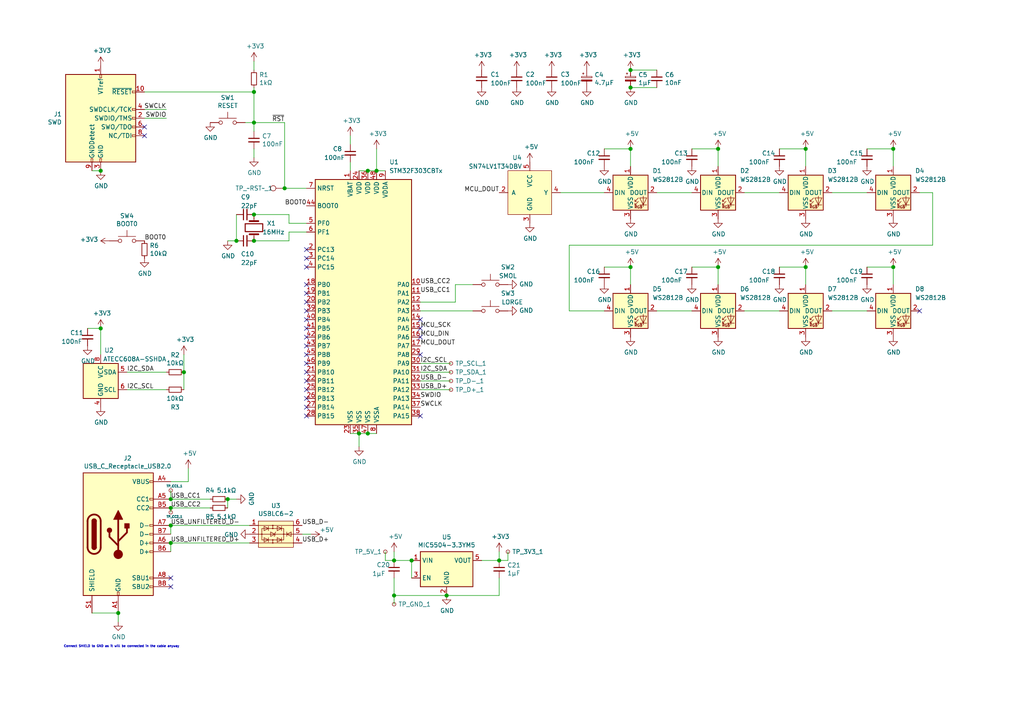
<source format=kicad_sch>
(kicad_sch (version 20201015) (generator eeschema)
  (paper "A4")
  (title_block (title "Big Button") (company "Mildly Functional Gays"))
  (lib_symbols
    (symbol "Connector:Conn_ARM_JTAG_SWD_10" (pin_names (offset 1.016))
      (property "Reference" "J" (at -2.54 16.51 0))
      (property "Value" "Connector_Conn_ARM_JTAG_SWD_10" (at -2.54 13.97 0))
      (symbol "Conn_ARM_JTAG_SWD_10_1_1"
        (pin power_in line (at 0 15.24 270) (length 2.54) (name "VTref") (number "1"))
        (pin open_collector line (at 12.7 7.62 180) (length 2.54) (name "~RESET~") (number "10"))
        (pin bidirectional line (at 12.7 0 180) (length 2.54) (name "SWDIO/TMS") (number "2"))
        (pin power_in line (at 0 -15.24 90) (length 2.54) (name "GND") (number "3"))
        (pin output line (at 12.7 2.54 180) (length 2.54) (name "SWDCLK/TCK") (number "4"))
        (pin passive line (at 0 -15.24 90) (length 2.54) hide (name "GND") (number "5"))
        (pin input line (at 12.7 -2.54 180) (length 2.54) (name "SWO/TDO") (number "6"))
        (pin unconnected line (at -10.16 0 0) (length 2.54) hide (name "KEY") (number "7"))
        (pin output line (at 12.7 -5.08 180) (length 2.54) (name "NC/TDI") (number "8"))
        (pin passive line (at -2.54 -15.24 90) (length 2.54) (name "GNDDetect") (number "9"))
      )
    )
    (symbol "Connector:TestPoint" (pin_numbers hide) (pin_names (offset 0.762) hide)
      (property "Reference" "TP" (at 0 6.858 0))
      (property "Value" "Connector_TestPoint" (at 0 5.08 0))
      (symbol "TestPoint_1_1"
        (pin passive line (at 0 0 90) (length 2.54) (name "1") (number "1"))
      )
    )
    (symbol "Connector:TestPoint_Small" (pin_numbers hide) (pin_names (offset 0.762) hide)
      (property "Reference" "TP" (at 0 3.81 0))
      (property "Value" "Connector_TestPoint_Small" (at 0 2.032 0))
      (symbol "TestPoint_Small_1_1"
        (pin passive line (at 0 0 90) (length 0) (name "1") (number "1"))
      )
    )
    (symbol "Connector:USB_C_Receptacle_USB2.0" (pin_names (offset 1.016))
      (property "Reference" "J" (at -10.16 19.05 0))
      (property "Value" "Connector_USB_C_Receptacle_USB2.0" (at 19.05 19.05 0))
      (symbol "USB_C_Receptacle_USB2.0_1_1"
        (pin power_in line (at 0 -22.86 90) (length 5.08) (name "GND") (number "A1"))
        (pin passive line (at 0 -22.86 90) (length 5.08) hide (name "GND") (number "A12"))
        (pin power_in line (at 15.24 15.24 180) (length 5.08) (name "VBUS") (number "A4"))
        (pin bidirectional line (at 15.24 10.16 180) (length 5.08) (name "CC1") (number "A5"))
        (pin bidirectional line (at 15.24 -2.54 180) (length 5.08) (name "D+") (number "A6"))
        (pin bidirectional line (at 15.24 2.54 180) (length 5.08) (name "D-") (number "A7"))
        (pin bidirectional line (at 15.24 -12.7 180) (length 5.08) (name "SBU1") (number "A8"))
        (pin passive line (at 15.24 15.24 180) (length 5.08) hide (name "VBUS") (number "A9"))
        (pin passive line (at 0 -22.86 90) (length 5.08) hide (name "GND") (number "B1"))
        (pin passive line (at 0 -22.86 90) (length 5.08) hide (name "GND") (number "B12"))
        (pin passive line (at 15.24 15.24 180) (length 5.08) hide (name "VBUS") (number "B4"))
        (pin bidirectional line (at 15.24 7.62 180) (length 5.08) (name "CC2") (number "B5"))
        (pin bidirectional line (at 15.24 -5.08 180) (length 5.08) (name "D+") (number "B6"))
        (pin bidirectional line (at 15.24 0 180) (length 5.08) (name "D-") (number "B7"))
        (pin bidirectional line (at 15.24 -15.24 180) (length 5.08) (name "SBU2") (number "B8"))
        (pin passive line (at 15.24 15.24 180) (length 5.08) hide (name "VBUS") (number "B9"))
        (pin passive line (at -7.62 -22.86 90) (length 5.08) (name "SHIELD") (number "S1"))
      )
    )
    (symbol "Device:CP_Small" (pin_numbers hide) (pin_names (offset 0.254) hide)
      (property "Reference" "C" (at 0.254 1.778 0))
      (property "Value" "Device_CP_Small" (at 0.254 -2.032 0))
      (symbol "CP_Small_1_1"
        (pin passive line (at 0 2.54 270) (length 1.8542) (name "~") (number "1"))
        (pin passive line (at 0 -2.54 90) (length 1.8542) (name "~") (number "2"))
      )
    )
    (symbol "Device:C_Small" (pin_numbers hide) (pin_names (offset 0.254) hide)
      (property "Reference" "C" (at 0.254 1.778 0))
      (property "Value" "Device_C_Small" (at 0.254 -2.032 0))
      (symbol "C_Small_1_1"
        (pin passive line (at 0 2.54 270) (length 2.032) (name "~") (number "1"))
        (pin passive line (at 0 -2.54 90) (length 2.032) (name "~") (number "2"))
      )
    )
    (symbol "Device:Crystal" (pin_numbers hide) (pin_names (offset 1.016) hide)
      (property "Reference" "Y" (at 0 3.81 0))
      (property "Value" "Device_Crystal" (at 0 -3.81 0))
      (symbol "Crystal_1_1"
        (pin passive line (at -3.81 0 0) (length 1.27) (name "1") (number "1"))
        (pin passive line (at 3.81 0 180) (length 1.27) (name "2") (number "2"))
      )
    )
    (symbol "Device:R_Small" (pin_numbers hide) (pin_names (offset 0.254) hide)
      (property "Reference" "R" (at 0.762 0.508 0))
      (property "Value" "Device_R_Small" (at 0.762 -1.016 0))
      (symbol "R_Small_1_1"
        (pin passive line (at 0 2.54 270) (length 0.762) (name "~") (number "1"))
        (pin passive line (at 0 -2.54 90) (length 0.762) (name "~") (number "2"))
      )
    )
    (symbol "LED:WS2812B" (pin_names (offset 0.254))
      (property "Reference" "D" (at 5.08 5.715 0))
      (property "Value" "LED_WS2812B" (at 1.27 -5.715 0))
      (symbol "WS2812B_0_0"
        (text "RGB" (at 2.286 -4.191 0) (effects (font (size 0.762 0.762))))
      )
      (symbol "WS2812B_1_1"
        (pin power_in line (at 0 7.62 270) (length 2.54) (name "VDD") (number "1"))
        (pin output line (at 7.62 0 180) (length 2.54) (name "DOUT") (number "2"))
        (pin power_in line (at 0 -7.62 90) (length 2.54) (name "VSS") (number "3"))
        (pin input line (at -7.62 0 0) (length 2.54) (name "DIN") (number "4"))
      )
    )
    (symbol "MCU_ST_STM32F3:STM32F303CBTx"
      (property "Reference" "U" (at -15.24 36.83 0))
      (property "Value" "MCU_ST_STM32F3_STM32F303CBTx" (at 7.62 36.83 0))
      (symbol "STM32F303CBTx_1_1"
        (pin power_in line (at -5.08 38.1 270) (length 2.54) (name "VBAT") (number "1"))
        (pin bidirectional line (at 15.24 5.08 180) (length 2.54) (name "PA0") (number "10"))
        (pin bidirectional line (at 15.24 2.54 180) (length 2.54) (name "PA1") (number "11"))
        (pin bidirectional line (at 15.24 0 180) (length 2.54) (name "PA2") (number "12"))
        (pin bidirectional line (at 15.24 -2.54 180) (length 2.54) (name "PA3") (number "13"))
        (pin bidirectional line (at 15.24 -5.08 180) (length 2.54) (name "PA4") (number "14"))
        (pin bidirectional line (at 15.24 -7.62 180) (length 2.54) (name "PA5") (number "15"))
        (pin bidirectional line (at 15.24 -10.16 180) (length 2.54) (name "PA6") (number "16"))
        (pin bidirectional line (at 15.24 -12.7 180) (length 2.54) (name "PA7") (number "17"))
        (pin bidirectional line (at -17.78 5.08 0) (length 2.54) (name "PB0") (number "18"))
        (pin bidirectional line (at -17.78 2.54 0) (length 2.54) (name "PB1") (number "19"))
        (pin bidirectional line (at -17.78 15.24 0) (length 2.54) (name "PC13") (number "2"))
        (pin bidirectional line (at -17.78 0 0) (length 2.54) (name "PB2") (number "20"))
        (pin bidirectional line (at -17.78 -20.32 0) (length 2.54) (name "PB10") (number "21"))
        (pin bidirectional line (at -17.78 -22.86 0) (length 2.54) (name "PB11") (number "22"))
        (pin power_in line (at -5.08 -38.1 90) (length 2.54) (name "VSS") (number "23"))
        (pin power_in line (at -2.54 38.1 270) (length 2.54) (name "VDD") (number "24"))
        (pin bidirectional line (at -17.78 -25.4 0) (length 2.54) (name "PB12") (number "25"))
        (pin bidirectional line (at -17.78 -27.94 0) (length 2.54) (name "PB13") (number "26"))
        (pin bidirectional line (at -17.78 -30.48 0) (length 2.54) (name "PB14") (number "27"))
        (pin bidirectional line (at -17.78 -33.02 0) (length 2.54) (name "PB15") (number "28"))
        (pin bidirectional line (at 15.24 -15.24 180) (length 2.54) (name "PA8") (number "29"))
        (pin bidirectional line (at -17.78 12.7 0) (length 2.54) (name "PC14") (number "3"))
        (pin bidirectional line (at 15.24 -17.78 180) (length 2.54) (name "PA9") (number "30"))
        (pin bidirectional line (at 15.24 -20.32 180) (length 2.54) (name "PA10") (number "31"))
        (pin bidirectional line (at 15.24 -22.86 180) (length 2.54) (name "PA11") (number "32"))
        (pin bidirectional line (at 15.24 -25.4 180) (length 2.54) (name "PA12") (number "33"))
        (pin bidirectional line (at 15.24 -27.94 180) (length 2.54) (name "PA13") (number "34"))
        (pin power_in line (at -2.54 -38.1 90) (length 2.54) (name "VSS") (number "35"))
        (pin power_in line (at 0 38.1 270) (length 2.54) (name "VDD") (number "36"))
        (pin bidirectional line (at 15.24 -30.48 180) (length 2.54) (name "PA14") (number "37"))
        (pin bidirectional line (at 15.24 -33.02 180) (length 2.54) (name "PA15") (number "38"))
        (pin bidirectional line (at -17.78 -2.54 0) (length 2.54) (name "PB3") (number "39"))
        (pin bidirectional line (at -17.78 10.16 0) (length 2.54) (name "PC15") (number "4"))
        (pin bidirectional line (at -17.78 -5.08 0) (length 2.54) (name "PB4") (number "40"))
        (pin bidirectional line (at -17.78 -7.62 0) (length 2.54) (name "PB5") (number "41"))
        (pin bidirectional line (at -17.78 -10.16 0) (length 2.54) (name "PB6") (number "42"))
        (pin bidirectional line (at -17.78 -12.7 0) (length 2.54) (name "PB7") (number "43"))
        (pin input line (at -17.78 27.94 0) (length 2.54) (name "BOOT0") (number "44"))
        (pin bidirectional line (at -17.78 -15.24 0) (length 2.54) (name "PB8") (number "45"))
        (pin bidirectional line (at -17.78 -17.78 0) (length 2.54) (name "PB9") (number "46"))
        (pin power_in line (at 0 -38.1 90) (length 2.54) (name "VSS") (number "47"))
        (pin power_in line (at 2.54 38.1 270) (length 2.54) (name "VDD") (number "48"))
        (pin input line (at -17.78 22.86 0) (length 2.54) (name "PF0") (number "5"))
        (pin input line (at -17.78 20.32 0) (length 2.54) (name "PF1") (number "6"))
        (pin input line (at -17.78 33.02 0) (length 2.54) (name "NRST") (number "7"))
        (pin power_in line (at 2.54 -38.1 90) (length 2.54) (name "VSSA") (number "8"))
        (pin power_in line (at 5.08 38.1 270) (length 2.54) (name "VDDA") (number "9"))
      )
    )
    (symbol "Power_Protection:WE-TVS-82400102"
      (property "Reference" "U" (at 0 7.62 0))
      (property "Value" "Power_Protection_WE-TVS-82400102" (at 0 5.08 0))
      (symbol "WE-TVS-82400102_1_1"
        (pin passive line (at -7.62 2.54 0) (length 2.54) (name "~") (number "1"))
        (pin passive line (at -7.62 0 0) (length 2.54) (name "~") (number "2"))
        (pin passive line (at -7.62 -2.54 0) (length 2.54) (name "~") (number "3"))
        (pin passive line (at 7.62 -2.54 180) (length 2.54) (name "~") (number "4"))
        (pin passive line (at 7.62 0 180) (length 2.54) (name "~") (number "5"))
        (pin passive line (at 7.62 2.54 180) (length 2.54) (name "~") (number "6"))
      )
    )
    (symbol "Regulator_Linear:MIC5501-3.0YM5"
      (property "Reference" "U" (at -7.62 8.89 0))
      (property "Value" "Regulator_Linear_MIC5501-3.0YM5" (at -7.62 6.35 0))
      (symbol "MIC5501-3.0YM5_1_1"
        (pin power_in line (at -10.16 2.54 0) (length 2.54) (name "VIN") (number "1"))
        (pin power_in line (at 0 -7.62 90) (length 2.54) (name "GND") (number "2"))
        (pin input line (at -10.16 -2.54 0) (length 2.54) (name "EN") (number "3"))
        (pin unconnected line (at 7.62 -2.54 180) (length 2.54) hide (name "NC") (number "4"))
        (pin power_out line (at 10.16 2.54 180) (length 2.54) (name "VOUT") (number "5"))
      )
    )
    (symbol "Security:ATECC608A-SSHDA"
      (property "Reference" "U" (at 3.81 6.35 0))
      (property "Value" "Security_ATECC608A-SSHDA" (at 10.16 -6.35 0))
      (symbol "ATECC608A-SSHDA_1_1"
        (pin power_in line (at 0 -7.62 90) (length 2.54) (name "GND") (number "4"))
        (pin bidirectional line (at 7.62 2.54 180) (length 2.54) (name "SDA") (number "5"))
        (pin input line (at 7.62 -2.54 180) (length 2.54) (name "SCL") (number "6"))
        (pin power_in line (at 0 7.62 270) (length 2.54) (name "VCC") (number "8"))
      )
    )
    (symbol "Switch:SW_Push" (pin_numbers hide) (pin_names (offset 1.016) hide)
      (property "Reference" "SW" (at 1.27 2.54 0))
      (property "Value" "Switch_SW_Push" (at 0 -1.524 0))
      (symbol "SW_Push_0_1"
        (pin passive line (at -5.08 0 0) (length 2.54) (name "1") (number "1"))
        (pin passive line (at 5.08 0 180) (length 2.54) (name "2") (number "2"))
      )
    )
    (symbol "bigbutton:SN74LV1T34DBV" (pin_names (offset 1.016))
      (property "Reference" "U" (at 3.81 10.16 0))
      (property "Value" "SN74LV1T34DBV" (at 8.89 7.62 0))
      (symbol "SN74LV1T34DBV_1_1"
        (pin unconnected line (at -8.89 -2.54 0) (length 2.54) hide (name "NC") (number "1"))
        (pin input line (at -8.89 0 0) (length 2.54) (name "A") (number "2"))
        (pin power_in line (at 0 -8.89 90) (length 2.54) (name "GND") (number "3"))
        (pin output line (at 8.89 0 180) (length 2.54) (name "Y") (number "4"))
        (pin power_in line (at 0 8.89 270) (length 2.54) (name "VCC") (number "5"))
      )
    )
    (symbol "power:+3V3" (power) (pin_names (offset 0))
      (property "Value" "power_+3V3" (at 0 3.556 0))
      (symbol "+3V3_1_1"
        (pin power_in line (at 0 0 90) (length 0) hide (name "+3V3") (number "1"))
      )
    )
    (symbol "power:+5V" (power) (pin_names (offset 0))
      (property "Value" "power_+5V" (at 0 3.556 0))
      (symbol "+5V_1_1"
        (pin power_in line (at 0 0 90) (length 0) hide (name "+5V") (number "1"))
      )
    )
    (symbol "power:GND" (power) (pin_names (offset 0))
      (property "Value" "power_GND" (at 0 -3.81 0))
      (symbol "GND_1_1"
        (pin power_in line (at 0 0 270) (length 0) hide (name "GND") (number "1"))
      )
    )
  )
  (junction (at 29.21 49.53) (diameter 1.016))
  (junction (at 29.21 95.25) (diameter 1.016))
  (junction (at 34.29 177.8) (diameter 1.016))
  (junction (at 49.53 144.78) (diameter 1.016))
  (junction (at 49.53 147.32) (diameter 1.016))
  (junction (at 49.53 152.4) (diameter 1.016))
  (junction (at 49.53 157.48) (diameter 1.016))
  (junction (at 53.34 107.95) (diameter 1.016))
  (junction (at 66.04 144.78) (diameter 1.016))
  (junction (at 68.58 69.85) (diameter 1.016))
  (junction (at 73.66 26.67) (diameter 1.016))
  (junction (at 73.66 35.56) (diameter 1.016))
  (junction (at 73.66 62.23) (diameter 1.016))
  (junction (at 73.66 69.85) (diameter 1.016))
  (junction (at 82.55 54.61) (diameter 1.016))
  (junction (at 104.14 125.73) (diameter 1.016))
  (junction (at 106.68 49.53) (diameter 1.016))
  (junction (at 106.68 125.73) (diameter 1.016))
  (junction (at 109.22 49.53) (diameter 1.016))
  (junction (at 114.3 162.56) (diameter 1.016))
  (junction (at 114.3 172.72) (diameter 1.016))
  (junction (at 119.38 162.56) (diameter 1.016))
  (junction (at 129.54 172.72) (diameter 1.016))
  (junction (at 144.78 162.56) (diameter 1.016))
  (junction (at 182.88 20.32) (diameter 1.016))
  (junction (at 182.88 25.4) (diameter 1.016))
  (junction (at 182.88 43.18) (diameter 1.016))
  (junction (at 182.88 77.47) (diameter 1.016))
  (junction (at 208.28 43.18) (diameter 1.016))
  (junction (at 208.28 77.47) (diameter 1.016))
  (junction (at 233.68 43.18) (diameter 1.016))
  (junction (at 233.68 77.47) (diameter 1.016))
  (junction (at 259.08 43.18) (diameter 1.016))
  (junction (at 259.08 77.47) (diameter 1.016))
  (no_connect (at 88.9 97.79))
  (no_connect (at 88.9 82.55))
  (no_connect (at 88.9 107.95))
  (no_connect (at 121.92 95.25))
  (no_connect (at 88.9 92.71))
  (no_connect (at 49.53 170.18))
  (no_connect (at 88.9 77.47))
  (no_connect (at 88.9 100.33))
  (no_connect (at 88.9 85.09))
  (no_connect (at 88.9 110.49))
  (no_connect (at 121.92 92.71))
  (no_connect (at 49.53 167.64))
  (no_connect (at 88.9 105.41))
  (no_connect (at 88.9 95.25))
  (no_connect (at 88.9 72.39))
  (no_connect (at 88.9 87.63))
  (no_connect (at 121.92 120.65))
  (no_connect (at 88.9 120.65))
  (no_connect (at 121.92 97.79))
  (no_connect (at 88.9 90.17))
  (no_connect (at 88.9 118.11))
  (no_connect (at 88.9 74.93))
  (no_connect (at 88.9 115.57))
  (no_connect (at 88.9 113.03))
  (no_connect (at 41.91 39.37))
  (no_connect (at 41.91 36.83))
  (no_connect (at 121.92 102.87))
  (no_connect (at 266.7 90.17))
  (no_connect (at 88.9 102.87))
  (wire (pts (xy 25.4 95.25) (xy 29.21 95.25)))
  (wire (pts (xy 26.67 49.53) (xy 29.21 49.53)))
  (wire (pts (xy 26.67 177.8) (xy 34.29 177.8)))
  (wire (pts (xy 29.21 95.25) (xy 29.21 102.87)))
  (wire (pts (xy 34.29 180.34) (xy 34.29 177.8)))
  (wire (pts (xy 36.83 107.95) (xy 48.26 107.95)))
  (wire (pts (xy 36.83 113.03) (xy 48.26 113.03)))
  (wire (pts (xy 41.91 26.67) (xy 73.66 26.67)))
  (wire (pts (xy 41.91 31.75) (xy 48.26 31.75)))
  (wire (pts (xy 48.26 34.29) (xy 41.91 34.29)))
  (wire (pts (xy 49.53 139.7) (xy 54.61 139.7)))
  (wire (pts (xy 49.53 142.24) (xy 49.53 144.78)))
  (wire (pts (xy 49.53 144.78) (xy 60.96 144.78)))
  (wire (pts (xy 49.53 147.32) (xy 60.96 147.32)))
  (wire (pts (xy 49.53 148.59) (xy 49.53 147.32)))
  (wire (pts (xy 49.53 152.4) (xy 49.53 154.94)))
  (wire (pts (xy 49.53 152.4) (xy 72.39 152.4)))
  (wire (pts (xy 49.53 157.48) (xy 49.53 160.02)))
  (wire (pts (xy 49.53 157.48) (xy 72.39 157.48)))
  (wire (pts (xy 53.34 107.95) (xy 53.34 102.87)))
  (wire (pts (xy 53.34 113.03) (xy 53.34 107.95)))
  (wire (pts (xy 54.61 139.7) (xy 54.61 135.89)))
  (wire (pts (xy 66.04 144.78) (xy 68.58 144.78)))
  (wire (pts (xy 66.04 147.32) (xy 66.04 144.78)))
  (wire (pts (xy 68.58 69.85) (xy 66.04 69.85)))
  (wire (pts (xy 68.58 69.85) (xy 68.58 62.23)))
  (wire (pts (xy 71.12 35.56) (xy 73.66 35.56)))
  (wire (pts (xy 73.66 20.32) (xy 73.66 17.78)))
  (wire (pts (xy 73.66 26.67) (xy 73.66 25.4)))
  (wire (pts (xy 73.66 26.67) (xy 73.66 35.56)))
  (wire (pts (xy 73.66 35.56) (xy 73.66 38.1)))
  (wire (pts (xy 73.66 35.56) (xy 82.55 35.56)))
  (wire (pts (xy 73.66 43.18) (xy 73.66 45.72)))
  (wire (pts (xy 73.66 62.23) (xy 83.82 62.23)))
  (wire (pts (xy 82.55 35.56) (xy 82.55 54.61)))
  (wire (pts (xy 82.55 54.61) (xy 88.9 54.61)))
  (wire (pts (xy 83.82 62.23) (xy 83.82 64.77)))
  (wire (pts (xy 83.82 64.77) (xy 88.9 64.77)))
  (wire (pts (xy 83.82 67.31) (xy 83.82 69.85)))
  (wire (pts (xy 83.82 69.85) (xy 73.66 69.85)))
  (wire (pts (xy 88.9 67.31) (xy 83.82 67.31)))
  (wire (pts (xy 90.17 154.94) (xy 87.63 154.94)))
  (wire (pts (xy 101.6 41.91) (xy 101.6 39.37)))
  (wire (pts (xy 101.6 46.99) (xy 101.6 49.53)))
  (wire (pts (xy 104.14 49.53) (xy 106.68 49.53)))
  (wire (pts (xy 104.14 125.73) (xy 101.6 125.73)))
  (wire (pts (xy 104.14 125.73) (xy 104.14 129.54)))
  (wire (pts (xy 104.14 125.73) (xy 106.68 125.73)))
  (wire (pts (xy 106.68 49.53) (xy 109.22 49.53)))
  (wire (pts (xy 106.68 125.73) (xy 109.22 125.73)))
  (wire (pts (xy 109.22 49.53) (xy 109.22 43.18)))
  (wire (pts (xy 109.22 49.53) (xy 111.76 49.53)))
  (wire (pts (xy 111.76 160.02) (xy 111.76 162.56)))
  (wire (pts (xy 111.76 162.56) (xy 114.3 162.56)))
  (wire (pts (xy 114.3 162.56) (xy 114.3 160.02)))
  (wire (pts (xy 114.3 167.64) (xy 114.3 172.72)))
  (wire (pts (xy 114.3 172.72) (xy 114.3 175.26)))
  (wire (pts (xy 114.3 172.72) (xy 129.54 172.72)))
  (wire (pts (xy 119.38 162.56) (xy 114.3 162.56)))
  (wire (pts (xy 119.38 162.56) (xy 119.38 167.64)))
  (wire (pts (xy 121.92 87.63) (xy 132.08 87.63)))
  (wire (pts (xy 129.54 172.72) (xy 144.78 172.72)))
  (wire (pts (xy 130.81 105.41) (xy 121.92 105.41)))
  (wire (pts (xy 130.81 107.95) (xy 121.92 107.95)))
  (wire (pts (xy 130.81 110.49) (xy 121.92 110.49)))
  (wire (pts (xy 130.81 113.03) (xy 121.92 113.03)))
  (wire (pts (xy 132.08 82.55) (xy 137.16 82.55)))
  (wire (pts (xy 132.08 87.63) (xy 132.08 82.55)))
  (wire (pts (xy 137.16 90.17) (xy 121.92 90.17)))
  (wire (pts (xy 139.7 162.56) (xy 144.78 162.56)))
  (wire (pts (xy 144.78 162.56) (xy 144.78 160.02)))
  (wire (pts (xy 144.78 172.72) (xy 144.78 167.64)))
  (wire (pts (xy 147.32 160.02) (xy 147.32 162.56)))
  (wire (pts (xy 147.32 162.56) (xy 144.78 162.56)))
  (wire (pts (xy 162.56 55.88) (xy 175.26 55.88)))
  (wire (pts (xy 165.1 71.12) (xy 270.51 71.12)))
  (wire (pts (xy 165.1 90.17) (xy 165.1 71.12)))
  (wire (pts (xy 175.26 43.18) (xy 182.88 43.18)))
  (wire (pts (xy 175.26 77.47) (xy 182.88 77.47)))
  (wire (pts (xy 175.26 90.17) (xy 165.1 90.17)))
  (wire (pts (xy 182.88 25.4) (xy 190.5 25.4)))
  (wire (pts (xy 182.88 43.18) (xy 182.88 48.26)))
  (wire (pts (xy 182.88 77.47) (xy 182.88 82.55)))
  (wire (pts (xy 190.5 20.32) (xy 182.88 20.32)))
  (wire (pts (xy 190.5 90.17) (xy 200.66 90.17)))
  (wire (pts (xy 200.66 43.18) (xy 208.28 43.18)))
  (wire (pts (xy 200.66 55.88) (xy 190.5 55.88)))
  (wire (pts (xy 200.66 77.47) (xy 208.28 77.47)))
  (wire (pts (xy 208.28 43.18) (xy 208.28 48.26)))
  (wire (pts (xy 208.28 77.47) (xy 208.28 82.55)))
  (wire (pts (xy 215.9 90.17) (xy 226.06 90.17)))
  (wire (pts (xy 226.06 43.18) (xy 233.68 43.18)))
  (wire (pts (xy 226.06 55.88) (xy 215.9 55.88)))
  (wire (pts (xy 226.06 77.47) (xy 233.68 77.47)))
  (wire (pts (xy 233.68 43.18) (xy 233.68 48.26)))
  (wire (pts (xy 233.68 77.47) (xy 233.68 82.55)))
  (wire (pts (xy 241.3 90.17) (xy 251.46 90.17)))
  (wire (pts (xy 251.46 43.18) (xy 259.08 43.18)))
  (wire (pts (xy 251.46 55.88) (xy 241.3 55.88)))
  (wire (pts (xy 251.46 77.47) (xy 259.08 77.47)))
  (wire (pts (xy 259.08 43.18) (xy 259.08 48.26)))
  (wire (pts (xy 259.08 77.47) (xy 259.08 82.55)))
  (wire (pts (xy 270.51 55.88) (xy 266.7 55.88)))
  (wire (pts (xy 270.51 71.12) (xy 270.51 55.88)))
  (text "Connect SHIELD to GND as it will be connected in the cable anyway" (at 52.07 187.96 0) (effects (font (size 0.635 0.635)) (justify right bottom)))
  (label "I2C_SDA" (at 36.83 107.95 0))
  (label "I2C_SCL" (at 36.83 113.03 0))
  (label "BOOT0" (at 41.91 69.85 0))
  (label "SWCLK" (at 48.26 31.75 180))
  (label "SWDIO" (at 48.26 34.29 180))
  (label "USB_CC1" (at 49.53 144.78 0))
  (label "USB_CC2" (at 49.53 147.32 0))
  (label "USB_UNFILTERED_D-" (at 49.53 152.4 0))
  (label "USB_UNFILTERED_D+" (at 49.53 157.48 0))
  (label "~RST" (at 82.55 35.56 180))
  (label "USB_D-" (at 87.63 152.4 0))
  (label "USB_D+" (at 87.63 157.48 0))
  (label "BOOT0" (at 88.9 59.69 180))
  (label "USB_CC2" (at 121.92 82.55 0))
  (label "USB_CC1" (at 121.92 85.09 0))
  (label "MCU_SCK" (at 121.92 95.25 0))
  (label "MCU_DIN" (at 121.92 97.79 0))
  (label "MCU_DOUT" (at 121.92 100.33 0))
  (label "I2C_SCL" (at 121.92 105.41 0))
  (label "I2C_SDA" (at 121.92 107.95 0))
  (label "USB_D-" (at 121.92 110.49 0))
  (label "USB_D+" (at 121.92 113.03 0))
  (label "SWDIO" (at 121.92 115.57 0))
  (label "SWCLK" (at 121.92 118.11 0))
  (label "MCU_DOUT" (at 144.78 55.88 180))
  (symbol (lib_id "Connector:TestPoint_Small") (at 49.53 142.24 0) (unit 1)
    (property "Reference" "TP_CC1_1" (at 48.26 140.97 0) (effects (font (size 0.635 0.635)) (justify left)))
    (property "Value" "TP_CC1" (effects hide))
    (property "Footprint" "TestPoint:TestPoint_Pad_D1.0mm" (effects hide))
  )
  (symbol (lib_id "Connector:TestPoint_Small") (at 49.53 148.59 0) (unit 1)
    (property "Reference" "TP_CC2_1" (at 48.26 149.86 0) (effects (font (size 0.635 0.635)) (justify left)))
    (property "Value" "TP_CC2" (effects hide))
    (property "Footprint" "TestPoint:TestPoint_Pad_D1.0mm" (effects hide))
  )
  (symbol (lib_id "Connector:TestPoint_Small") (at 111.76 160.02 0) (unit 1)
    (property "Reference" "TP_5V_1" (at 102.87 160.02 0) (effects (justify left)))
    (property "Value" "TestPoint_Small" (effects hide))
    (property "Footprint" "TestPoint:TestPoint_Pad_D1.0mm" (effects hide))
  )
  (symbol (lib_id "Connector:TestPoint_Small") (at 114.3 175.26 0) (unit 1)
    (property "Reference" "TP_GND_1" (at 115.5192 175.26 0) (effects (justify left)))
    (property "Value" "TestPoint_Small" (effects hide))
    (property "Footprint" "TestPoint:TestPoint_Pad_D1.0mm" (effects hide))
  )
  (symbol (lib_id "Connector:TestPoint_Small") (at 130.81 105.41 0) (unit 1)
    (property "Reference" "TP_SCL_1" (at 132.0292 105.41 0) (effects (justify left)))
    (property "Value" "TestPoint_Small" (effects hide))
    (property "Footprint" "TestPoint:TestPoint_Pad_D1.0mm" (effects hide))
  )
  (symbol (lib_id "Connector:TestPoint_Small") (at 130.81 107.95 0) (unit 1)
    (property "Reference" "TP_SDA_1" (at 132.0292 107.95 0) (effects (justify left)))
    (property "Value" "TestPoint_Small" (effects hide))
    (property "Footprint" "TestPoint:TestPoint_Pad_D1.0mm" (effects hide))
  )
  (symbol (lib_id "Connector:TestPoint_Small") (at 130.81 110.49 0) (unit 1)
    (property "Reference" "TP_D-_1" (at 132.0292 110.49 0) (effects (justify left)))
    (property "Value" "TestPoint_Small" (effects hide))
    (property "Footprint" "TestPoint:TestPoint_Pad_D1.0mm" (effects hide))
  )
  (symbol (lib_id "Connector:TestPoint_Small") (at 130.81 113.03 0) (unit 1)
    (property "Reference" "TP_D+_1" (at 132.0292 113.03 0) (effects (justify left)))
    (property "Value" "TestPoint_Small" (effects hide))
    (property "Footprint" "TestPoint:TestPoint_Pad_D1.0mm" (effects hide))
  )
  (symbol (lib_id "Connector:TestPoint_Small") (at 147.32 160.02 0) (unit 1)
    (property "Reference" "TP_3V3_1" (at 148.5392 160.02 0) (effects (justify left)))
    (property "Value" "TestPoint_Small" (effects hide))
    (property "Footprint" "TestPoint:TestPoint_Pad_D1.0mm" (effects hide))
  )
  (symbol (lib_id "Connector:TestPoint") (at 82.55 54.61 90) (unit 1)
    (property "Reference" "TP_~RST~_1" (at 73.66 54.61 90))
    (property "Value" "TestPoint" (effects hide))
    (property "Footprint" "TestPoint:TestPoint_Pad_D1.0mm" (effects hide))
  )
  (symbol (lib_id "power:+3V3") (at 29.21 19.05 0) (unit 1)
    (property "Reference" "#PWR04" (effects hide))
    (property "Value" "+3V3" (at 29.591 14.6558 0))
  )
  (symbol (lib_id "power:+3V3") (at 29.21 95.25 0) (unit 1)
    (property "Reference" "#PWR024" (effects hide))
    (property "Value" "+3V3" (at 29.591 90.8558 0))
  )
  (symbol (lib_id "power:+3V3") (at 31.75 69.85 90) (unit 1)
    (property "Reference" "#PWR0125" (effects hide))
    (property "Value" "+3V3" (at 28.4988 69.469 90) (effects (justify left)))
  )
  (symbol (lib_id "power:+3V3") (at 53.34 102.87 0) (unit 1)
    (property "Reference" "#PWR026" (effects hide))
    (property "Value" "+3V3" (at 53.721 98.4758 0))
  )
  (symbol (lib_id "power:+5V") (at 54.61 135.89 0) (unit 1)
    (property "Reference" "#PWR029" (effects hide))
    (property "Value" "+5V" (at 54.991 131.4958 0))
  )
  (symbol (lib_id "power:+3V3") (at 73.66 17.78 0) (unit 1)
    (property "Reference" "#PWR02" (effects hide))
    (property "Value" "+3V3" (at 74.041 13.3858 0))
  )
  (symbol (lib_id "power:+5V") (at 90.17 154.94 270) (unit 1)
    (property "Reference" "#PWR032" (effects hide))
    (property "Value" "+5V" (at 92.71 153.67 90) (effects (justify left)))
  )
  (symbol (lib_id "power:+3V3") (at 101.6 39.37 0) (unit 1)
    (property "Reference" "#PWR016" (effects hide))
    (property "Value" "+3V3" (at 101.981 34.9758 0))
  )
  (symbol (lib_id "power:+3V3") (at 109.22 43.18 0) (unit 1)
    (property "Reference" "#PWR018" (effects hide))
    (property "Value" "+3V3" (at 109.601 38.7858 0))
  )
  (symbol (lib_id "power:+5V") (at 114.3 160.02 0) (unit 1)
    (property "Reference" "#PWR09" (effects hide))
    (property "Value" "+5V" (at 114.681 155.6258 0))
  )
  (symbol (lib_id "power:+3V3") (at 139.7 20.32 0) (unit 1)
    (property "Reference" "#PWR05" (effects hide))
    (property "Value" "+3V3" (at 140.081 15.9258 0))
  )
  (symbol (lib_id "power:+3V3") (at 144.78 160.02 0) (unit 1)
    (property "Reference" "#PWR034" (effects hide))
    (property "Value" "+3V3" (at 145.161 155.6258 0))
  )
  (symbol (lib_id "power:+3V3") (at 149.86 20.32 0) (unit 1)
    (property "Reference" "#PWR06" (effects hide))
    (property "Value" "+3V3" (at 150.241 15.9258 0))
  )
  (symbol (lib_id "power:+5V") (at 153.67 46.99 0) (unit 1)
    (property "Reference" "#PWR01" (effects hide))
    (property "Value" "+5V" (at 154.051 42.5958 0))
  )
  (symbol (lib_id "power:+3V3") (at 160.02 20.32 0) (unit 1)
    (property "Reference" "#PWR07" (effects hide))
    (property "Value" "+3V3" (at 160.401 15.9258 0))
  )
  (symbol (lib_id "power:+3V3") (at 170.18 20.32 0) (unit 1)
    (property "Reference" "#PWR08" (effects hide))
    (property "Value" "+3V3" (at 170.561 15.9258 0))
  )
  (symbol (lib_id "power:+3V3") (at 182.88 20.32 0) (unit 1)
    (property "Reference" "#PWR015" (effects hide))
    (property "Value" "+3V3" (at 183.261 15.9258 0))
  )
  (symbol (lib_id "power:+5V") (at 182.88 43.18 0) (unit 1)
    (property "Reference" "#PWR0102" (effects hide))
    (property "Value" "+5V" (at 183.261 38.7858 0))
  )
  (symbol (lib_id "power:+5V") (at 182.88 77.47 0) (unit 1)
    (property "Reference" "#PWR0114" (effects hide))
    (property "Value" "+5V" (at 183.261 73.0758 0))
  )
  (symbol (lib_id "power:+5V") (at 208.28 43.18 0) (unit 1)
    (property "Reference" "#PWR0105" (effects hide))
    (property "Value" "+5V" (at 208.661 38.7858 0))
  )
  (symbol (lib_id "power:+5V") (at 208.28 77.47 0) (unit 1)
    (property "Reference" "#PWR0117" (effects hide))
    (property "Value" "+5V" (at 208.661 73.0758 0))
  )
  (symbol (lib_id "power:+5V") (at 233.68 43.18 0) (unit 1)
    (property "Reference" "#PWR0108" (effects hide))
    (property "Value" "+5V" (at 234.061 38.7858 0))
  )
  (symbol (lib_id "power:+5V") (at 233.68 77.47 0) (unit 1)
    (property "Reference" "#PWR0120" (effects hide))
    (property "Value" "+5V" (at 234.061 73.0758 0))
  )
  (symbol (lib_id "power:+5V") (at 259.08 43.18 0) (unit 1)
    (property "Reference" "#PWR0111" (effects hide))
    (property "Value" "+5V" (at 259.461 38.7858 0))
  )
  (symbol (lib_id "power:+5V") (at 259.08 77.47 0) (unit 1)
    (property "Reference" "#PWR0123" (effects hide))
    (property "Value" "+5V" (at 259.461 73.0758 0))
  )
  (symbol (lib_id "power:GND") (at 25.4 100.33 0) (unit 1)
    (property "Reference" "#PWR025" (effects hide))
    (property "Value" "GND" (at 25.527 104.7242 0))
  )
  (symbol (lib_id "power:GND") (at 29.21 49.53 0) (unit 1)
    (property "Reference" "#PWR020" (effects hide))
    (property "Value" "GND" (at 29.337 53.9242 0))
  )
  (symbol (lib_id "power:GND") (at 29.21 118.11 0) (unit 1)
    (property "Reference" "#PWR027" (effects hide))
    (property "Value" "GND" (at 29.337 122.5042 0))
  )
  (symbol (lib_id "power:GND") (at 34.29 180.34 0) (unit 1)
    (property "Reference" "#PWR033" (effects hide))
    (property "Value" "GND" (at 34.417 184.7342 0))
  )
  (symbol (lib_id "power:GND") (at 41.91 74.93 0) (unit 1)
    (property "Reference" "#PWR0126" (effects hide))
    (property "Value" "GND" (at 42.037 79.3242 0))
  )
  (symbol (lib_id "power:GND") (at 60.96 35.56 0) (unit 1)
    (property "Reference" "#PWR014" (effects hide))
    (property "Value" "GND" (at 61.087 39.9542 0))
  )
  (symbol (lib_id "power:GND") (at 66.04 69.85 0) (unit 1)
    (property "Reference" "#PWR021" (effects hide))
    (property "Value" "GND" (at 66.167 74.2442 0))
  )
  (symbol (lib_id "power:GND") (at 68.58 144.78 90) (unit 1)
    (property "Reference" "#PWR030" (effects hide))
    (property "Value" "GND" (at 72.9742 144.653 0))
  )
  (symbol (lib_id "power:GND") (at 72.39 154.94 270) (unit 1)
    (property "Reference" "#PWR031" (effects hide))
    (property "Value" "GND" (at 69.1388 155.067 90) (effects (justify right)))
  )
  (symbol (lib_id "power:GND") (at 73.66 45.72 0) (unit 1)
    (property "Reference" "#PWR019" (effects hide))
    (property "Value" "GND" (at 73.787 50.1142 0))
  )
  (symbol (lib_id "power:GND") (at 104.14 129.54 0) (unit 1)
    (property "Reference" "#PWR028" (effects hide))
    (property "Value" "GND" (at 104.267 133.9342 0))
  )
  (symbol (lib_id "power:GND") (at 129.54 172.72 0) (unit 1)
    (property "Reference" "#PWR035" (effects hide))
    (property "Value" "GND" (at 129.667 177.1142 0))
  )
  (symbol (lib_id "power:GND") (at 139.7 25.4 0) (unit 1)
    (property "Reference" "#PWR010" (effects hide))
    (property "Value" "GND" (at 139.827 29.7942 0))
  )
  (symbol (lib_id "power:GND") (at 147.32 82.55 90) (unit 1)
    (property "Reference" "#PWR022" (effects hide))
    (property "Value" "GND" (at 150.5712 82.423 90) (effects (justify right)))
  )
  (symbol (lib_id "power:GND") (at 147.32 90.17 90) (unit 1)
    (property "Reference" "#PWR023" (effects hide))
    (property "Value" "GND" (at 150.5712 90.043 90) (effects (justify right)))
  )
  (symbol (lib_id "power:GND") (at 149.86 25.4 0) (unit 1)
    (property "Reference" "#PWR011" (effects hide))
    (property "Value" "GND" (at 149.987 29.7942 0))
  )
  (symbol (lib_id "power:GND") (at 153.67 64.77 0) (unit 1)
    (property "Reference" "#PWR03" (effects hide))
    (property "Value" "GND" (at 153.797 69.1642 0))
  )
  (symbol (lib_id "power:GND") (at 160.02 25.4 0) (unit 1)
    (property "Reference" "#PWR012" (effects hide))
    (property "Value" "GND" (at 160.147 29.7942 0))
  )
  (symbol (lib_id "power:GND") (at 170.18 25.4 0) (unit 1)
    (property "Reference" "#PWR013" (effects hide))
    (property "Value" "GND" (at 170.307 29.7942 0))
  )
  (symbol (lib_id "power:GND") (at 175.26 48.26 0) (unit 1)
    (property "Reference" "#PWR0101" (effects hide))
    (property "Value" "GND" (at 175.387 52.6542 0))
  )
  (symbol (lib_id "power:GND") (at 175.26 82.55 0) (unit 1)
    (property "Reference" "#PWR0113" (effects hide))
    (property "Value" "GND" (at 175.387 86.9442 0))
  )
  (symbol (lib_id "power:GND") (at 182.88 25.4 0) (unit 1)
    (property "Reference" "#PWR017" (effects hide))
    (property "Value" "GND" (at 183.007 29.7942 0))
  )
  (symbol (lib_id "power:GND") (at 182.88 63.5 0) (unit 1)
    (property "Reference" "#PWR0103" (effects hide))
    (property "Value" "GND" (at 183.007 67.8942 0))
  )
  (symbol (lib_id "power:GND") (at 182.88 97.79 0) (unit 1)
    (property "Reference" "#PWR0115" (effects hide))
    (property "Value" "GND" (at 183.007 102.1842 0))
  )
  (symbol (lib_id "power:GND") (at 200.66 48.26 0) (unit 1)
    (property "Reference" "#PWR0104" (effects hide))
    (property "Value" "GND" (at 200.787 52.6542 0))
  )
  (symbol (lib_id "power:GND") (at 200.66 82.55 0) (unit 1)
    (property "Reference" "#PWR0116" (effects hide))
    (property "Value" "GND" (at 200.787 86.9442 0))
  )
  (symbol (lib_id "power:GND") (at 208.28 63.5 0) (unit 1)
    (property "Reference" "#PWR0106" (effects hide))
    (property "Value" "GND" (at 208.407 67.8942 0))
  )
  (symbol (lib_id "power:GND") (at 208.28 97.79 0) (unit 1)
    (property "Reference" "#PWR0118" (effects hide))
    (property "Value" "GND" (at 208.407 102.1842 0))
  )
  (symbol (lib_id "power:GND") (at 226.06 48.26 0) (unit 1)
    (property "Reference" "#PWR0107" (effects hide))
    (property "Value" "GND" (at 226.187 52.6542 0))
  )
  (symbol (lib_id "power:GND") (at 226.06 82.55 0) (unit 1)
    (property "Reference" "#PWR0119" (effects hide))
    (property "Value" "GND" (at 226.187 86.9442 0))
  )
  (symbol (lib_id "power:GND") (at 233.68 63.5 0) (unit 1)
    (property "Reference" "#PWR0109" (effects hide))
    (property "Value" "GND" (at 233.807 67.8942 0))
  )
  (symbol (lib_id "power:GND") (at 233.68 97.79 0) (unit 1)
    (property "Reference" "#PWR0121" (effects hide))
    (property "Value" "GND" (at 233.807 102.1842 0))
  )
  (symbol (lib_id "power:GND") (at 251.46 48.26 0) (unit 1)
    (property "Reference" "#PWR0110" (effects hide))
    (property "Value" "GND" (at 251.587 52.6542 0))
  )
  (symbol (lib_id "power:GND") (at 251.46 82.55 0) (unit 1)
    (property "Reference" "#PWR0122" (effects hide))
    (property "Value" "GND" (at 251.587 86.9442 0))
  )
  (symbol (lib_id "power:GND") (at 259.08 63.5 0) (unit 1)
    (property "Reference" "#PWR0112" (effects hide))
    (property "Value" "GND" (at 259.207 67.8942 0))
  )
  (symbol (lib_id "power:GND") (at 259.08 97.79 0) (unit 1)
    (property "Reference" "#PWR0124" (effects hide))
    (property "Value" "GND" (at 259.207 102.1842 0))
  )
  (symbol (lib_id "Device:R_Small") (at 41.91 72.39 0) (unit 1)
    (property "Reference" "R6" (at 43.4086 71.2216 0) (effects (justify left)))
    (property "Value" "10kΩ" (at 43.4086 73.533 0) (effects (justify left)))
    (property "Footprint" "Resistor_SMD:R_0603_1608Metric" (effects hide))
  )
  (symbol (lib_id "Device:R_Small") (at 50.8 107.95 270) (unit 1)
    (property "Reference" "R2" (at 50.8 102.9716 90))
    (property "Value" "10kΩ" (at 50.8 105.283 90))
    (property "Footprint" "Resistor_SMD:R_0603_1608Metric" (effects hide))
  )
  (symbol (lib_id "Device:R_Small") (at 50.8 113.03 270) (unit 1)
    (property "Reference" "R3" (at 50.8 118.11 90))
    (property "Value" "10kΩ" (at 50.8 115.57 90))
    (property "Footprint" "Resistor_SMD:R_0603_1608Metric" (effects hide))
  )
  (symbol (lib_id "Device:R_Small") (at 63.5 144.78 90) (unit 1)
    (property "Reference" "R4" (at 62.23 142.24 90) (effects (justify left)))
    (property "Value" "5.1kΩ" (at 68.58 142.24 90) (effects (justify left)))
    (property "Footprint" "Resistor_SMD:R_0603_1608Metric" (effects hide))
  )
  (symbol (lib_id "Device:R_Small") (at 63.5 147.32 90) (unit 1)
    (property "Reference" "R5" (at 62.23 149.86 90) (effects (justify left)))
    (property "Value" "5.1kΩ" (at 68.58 149.86 90) (effects (justify left)))
    (property "Footprint" "Resistor_SMD:R_0603_1608Metric" (effects hide))
  )
  (symbol (lib_id "Device:R_Small") (at 73.66 22.86 0) (unit 1)
    (property "Reference" "R1" (at 75.1586 21.6916 0) (effects (justify left)))
    (property "Value" "1kΩ" (at 75.1586 24.003 0) (effects (justify left)))
    (property "Footprint" "Resistor_SMD:R_0603_1608Metric" (effects hide))
  )
  (symbol (lib_id "Device:CP_Small") (at 170.18 22.86 0) (unit 1)
    (property "Reference" "C4" (at 172.4152 21.6916 0) (effects (justify left)))
    (property "Value" "4.7µF" (at 172.4152 24.003 0) (effects (justify left)))
    (property "Footprint" "Capacitor_SMD:C_0603_1608Metric" (effects hide))
  )
  (symbol (lib_id "Device:CP_Small") (at 182.88 22.86 0) (unit 1)
    (property "Reference" "C5" (at 185.1152 21.6916 0) (effects (justify left)))
    (property "Value" "1µF" (at 185.1152 24.003 0) (effects (justify left)))
    (property "Footprint" "Capacitor_SMD:C_0603_1608Metric" (effects hide))
  )
  (symbol (lib_id "Device:C_Small") (at 25.4 97.79 0) (unit 1)
    (property "Reference" "C11" (at 20.32 96.52 0) (effects (justify left)))
    (property "Value" "100nF" (at 17.78 99.06 0) (effects (justify left)))
    (property "Footprint" "Capacitor_SMD:C_0603_1608Metric" (effects hide))
  )
  (symbol (lib_id "Device:C_Small") (at 71.12 62.23 90) (unit 1)
    (property "Reference" "C9" (at 69.85 57.15 90) (effects (justify right)))
    (property "Value" "22pF" (at 69.85 59.69 90) (effects (justify right)))
    (property "Footprint" "Capacitor_SMD:C_0603_1608Metric" (effects hide))
  )
  (symbol (lib_id "Device:C_Small") (at 71.12 69.85 90) (unit 1)
    (property "Reference" "C10" (at 69.85 73.66 90) (effects (justify right)))
    (property "Value" "22pF" (at 69.85 76.2 90) (effects (justify right)))
    (property "Footprint" "Capacitor_SMD:C_0603_1608Metric" (effects hide))
  )
  (symbol (lib_id "Device:C_Small") (at 73.66 40.64 0) (unit 1)
    (property "Reference" "C7" (at 75.9968 39.4716 0) (effects (justify left)))
    (property "Value" "100nF" (at 75.9968 41.783 0) (effects (justify left)))
    (property "Footprint" "Capacitor_SMD:C_0603_1608Metric" (effects hide))
  )
  (symbol (lib_id "Device:C_Small") (at 101.6 44.45 0) (unit 1)
    (property "Reference" "C8" (at 96.52 43.18 0) (effects (justify left)))
    (property "Value" "100nF" (at 93.98 45.72 0) (effects (justify left)))
    (property "Footprint" "Capacitor_SMD:C_0603_1608Metric" (effects hide))
  )
  (symbol (lib_id "Device:C_Small") (at 114.3 165.1 0) (unit 1)
    (property "Reference" "C20" (at 109.22 163.83 0) (effects (justify left)))
    (property "Value" "1µF" (at 107.95 166.37 0) (effects (justify left)))
    (property "Footprint" "Capacitor_SMD:C_0603_1608Metric" (effects hide))
  )
  (symbol (lib_id "Device:C_Small") (at 139.7 22.86 0) (unit 1)
    (property "Reference" "C1" (at 142.24 21.59 0) (effects (justify left)))
    (property "Value" "100nF" (at 142.24 24.13 0) (effects (justify left)))
    (property "Footprint" "Capacitor_SMD:C_0603_1608Metric" (effects hide))
  )
  (symbol (lib_id "Device:C_Small") (at 144.78 165.1 0) (unit 1)
    (property "Reference" "C21" (at 147.1168 163.9316 0) (effects (justify left)))
    (property "Value" "1µF" (at 147.1168 166.243 0) (effects (justify left)))
    (property "Footprint" "Capacitor_SMD:C_0603_1608Metric" (effects hide))
  )
  (symbol (lib_id "Device:C_Small") (at 149.86 22.86 0) (unit 1)
    (property "Reference" "C2" (at 152.4 21.59 0) (effects (justify left)))
    (property "Value" "100nF" (at 152.4 24.13 0) (effects (justify left)))
    (property "Footprint" "Capacitor_SMD:C_0603_1608Metric" (effects hide))
  )
  (symbol (lib_id "Device:C_Small") (at 160.02 22.86 0) (unit 1)
    (property "Reference" "C3" (at 162.56 21.59 0) (effects (justify left)))
    (property "Value" "100nF" (at 162.56 24.13 0) (effects (justify left)))
    (property "Footprint" "Capacitor_SMD:C_0603_1608Metric" (effects hide))
  )
  (symbol (lib_id "Device:C_Small") (at 175.26 45.72 0) (unit 1)
    (property "Reference" "C12" (at 170.18 44.45 0) (effects (justify left)))
    (property "Value" "100nF" (at 166.37 46.99 0) (effects (justify left)))
    (property "Footprint" "Capacitor_SMD:C_0603_1608Metric" (effects hide))
  )
  (symbol (lib_id "Device:C_Small") (at 175.26 80.01 0) (unit 1)
    (property "Reference" "C16" (at 170.18 78.74 0) (effects (justify left)))
    (property "Value" "100nF" (at 166.37 81.28 0) (effects (justify left)))
    (property "Footprint" "Capacitor_SMD:C_0603_1608Metric" (effects hide))
  )
  (symbol (lib_id "Device:C_Small") (at 190.5 22.86 0) (unit 1)
    (property "Reference" "C6" (at 192.8368 21.6916 0) (effects (justify left)))
    (property "Value" "10nF" (at 192.8368 24.003 0) (effects (justify left)))
    (property "Footprint" "Capacitor_SMD:C_0603_1608Metric" (effects hide))
  )
  (symbol (lib_id "Device:C_Small") (at 200.66 45.72 0) (unit 1)
    (property "Reference" "C13" (at 195.58 44.45 0) (effects (justify left)))
    (property "Value" "100nF" (at 191.77 46.99 0) (effects (justify left)))
    (property "Footprint" "Capacitor_SMD:C_0603_1608Metric" (effects hide))
  )
  (symbol (lib_id "Device:C_Small") (at 200.66 80.01 0) (unit 1)
    (property "Reference" "C17" (at 195.58 78.74 0) (effects (justify left)))
    (property "Value" "100nF" (at 191.77 81.28 0) (effects (justify left)))
    (property "Footprint" "Capacitor_SMD:C_0603_1608Metric" (effects hide))
  )
  (symbol (lib_id "Device:C_Small") (at 226.06 45.72 0) (unit 1)
    (property "Reference" "C14" (at 220.98 44.45 0) (effects (justify left)))
    (property "Value" "100nF" (at 217.17 46.99 0) (effects (justify left)))
    (property "Footprint" "Capacitor_SMD:C_0603_1608Metric" (effects hide))
  )
  (symbol (lib_id "Device:C_Small") (at 226.06 80.01 0) (unit 1)
    (property "Reference" "C18" (at 220.98 78.74 0) (effects (justify left)))
    (property "Value" "100nF" (at 217.17 81.28 0) (effects (justify left)))
    (property "Footprint" "Capacitor_SMD:C_0603_1608Metric" (effects hide))
  )
  (symbol (lib_id "Device:C_Small") (at 251.46 45.72 0) (unit 1)
    (property "Reference" "C15" (at 246.38 44.45 0) (effects (justify left)))
    (property "Value" "100nF" (at 242.57 46.99 0) (effects (justify left)))
    (property "Footprint" "Capacitor_SMD:C_0603_1608Metric" (effects hide))
  )
  (symbol (lib_id "Device:C_Small") (at 251.46 80.01 0) (unit 1)
    (property "Reference" "C19" (at 246.38 78.74 0) (effects (justify left)))
    (property "Value" "100nF" (at 242.57 81.28 0) (effects (justify left)))
    (property "Footprint" "Capacitor_SMD:C_0603_1608Metric" (effects hide))
  )
  (symbol (lib_id "Switch:SW_Push") (at 36.83 69.85 0) (unit 1)
    (property "Reference" "SW4" (at 36.83 62.611 0))
    (property "Value" "BOOT0" (at 36.83 64.9224 0))
    (property "Footprint" "bigbutton:SW_SPST_XKB_TS-1187A" (effects hide))
  )
  (symbol (lib_id "Switch:SW_Push") (at 66.04 35.56 0) (unit 1)
    (property "Reference" "SW1" (at 66.04 28.321 0))
    (property "Value" "RESET" (at 66.04 30.6324 0))
    (property "Footprint" "bigbutton:SW_SPST_XKB_TS-1187A" (effects hide))
  )
  (symbol (lib_id "Switch:SW_Push") (at 142.24 82.55 0) (unit 1)
    (property "Reference" "SW2" (at 147.32 77.47 0))
    (property "Value" "SMOL" (at 147.32 80.01 0))
    (property "Footprint" "Button_Switch_Keyboard:SW_Cherry_MX_1.00u_PCB" (effects hide))
  )
  (symbol (lib_id "Switch:SW_Push") (at 142.24 90.17 0) (unit 1)
    (property "Reference" "SW3" (at 147.32 85.09 0))
    (property "Value" "LORGE" (at 148.59 87.63 0))
    (property "Footprint" "bigbutton:SW_BIG_SWITCH" (effects hide))
  )
  (symbol (lib_id "Device:Crystal") (at 73.66 66.04 90) (unit 1)
    (property "Reference" "X1" (at 80.01 64.77 90) (effects (justify left)))
    (property "Value" "16MHz" (at 82.55 67.31 90) (effects (justify left)))
    (property "Footprint" "Crystal:Resonator-2Pin_W10.0mm_H5.0mm" (effects hide))
  )
  (symbol (lib_id "Power_Protection:WE-TVS-82400102") (at 80.01 154.94 0) (unit 1)
    (property "Reference" "U3" (at 80.01 146.685 0))
    (property "Value" "USBLC6-2" (at 80.01 148.9964 0))
    (property "Footprint" "Package_TO_SOT_SMD:SOT-23-6_Handsoldering" (effects hide))
    (property "Datasheet" "https://datasheet.lcsc.com/szlcsc/2009030936_MCC-Micro-Commercial-Components-SRL05-TP_C779237.pdf" (effects hide))
  )
  (symbol (lib_id "Security:ATECC608A-SSHDA") (at 29.21 110.49 0) (unit 1)
    (property "Reference" "U2" (at 33.02 101.6 0) (effects (justify right)))
    (property "Value" "ATECC608A-SSHDA" (at 48.26 104.14 0) (effects (justify right)))
    (property "Footprint" "Package_SO:SOIC-8_3.9x4.9mm_P1.27mm" (effects hide))
    (property "Datasheet" "http://ww1.microchip.com/downloads/en/DeviceDoc/ATECC608A-CryptoAuthentication-Device-Summary-Data-Sheet-DS40001977B.pdf" (effects hide))
  )
  (symbol (lib_id "LED:WS2812B") (at 182.88 55.88 0) (unit 1)
    (property "Reference" "D1" (at 189.23 49.53 0) (effects (justify left)))
    (property "Value" "WS2812B" (at 189.23 52.07 0) (effects (justify left)))
    (property "Footprint" "LED_SMD:LED_WS2812B_PLCC4_5.0x5.0mm_P3.2mm" (effects hide))
    (property "Datasheet" "https://cdn-shop.adafruit.com/datasheets/WS2812B.pdf" (effects hide))
  )
  (symbol (lib_id "LED:WS2812B") (at 182.88 90.17 0) (unit 1)
    (property "Reference" "D5" (at 189.23 83.82 0) (effects (justify left)))
    (property "Value" "WS2812B" (at 189.23 86.36 0) (effects (justify left)))
    (property "Footprint" "LED_SMD:LED_WS2812B_PLCC4_5.0x5.0mm_P3.2mm" (effects hide))
    (property "Datasheet" "https://cdn-shop.adafruit.com/datasheets/WS2812B.pdf" (effects hide))
  )
  (symbol (lib_id "LED:WS2812B") (at 208.28 55.88 0) (unit 1)
    (property "Reference" "D2" (at 214.63 49.53 0) (effects (justify left)))
    (property "Value" "WS2812B" (at 214.63 52.07 0) (effects (justify left)))
    (property "Footprint" "LED_SMD:LED_WS2812B_PLCC4_5.0x5.0mm_P3.2mm" (effects hide))
    (property "Datasheet" "https://cdn-shop.adafruit.com/datasheets/WS2812B.pdf" (effects hide))
  )
  (symbol (lib_id "LED:WS2812B") (at 208.28 90.17 0) (unit 1)
    (property "Reference" "D6" (at 214.63 83.82 0) (effects (justify left)))
    (property "Value" "WS2812B" (at 214.63 86.36 0) (effects (justify left)))
    (property "Footprint" "LED_SMD:LED_WS2812B_PLCC4_5.0x5.0mm_P3.2mm" (effects hide))
    (property "Datasheet" "https://cdn-shop.adafruit.com/datasheets/WS2812B.pdf" (effects hide))
  )
  (symbol (lib_id "LED:WS2812B") (at 233.68 55.88 0) (unit 1)
    (property "Reference" "D3" (at 240.03 49.53 0) (effects (justify left)))
    (property "Value" "WS2812B" (at 240.03 52.07 0) (effects (justify left)))
    (property "Footprint" "LED_SMD:LED_WS2812B_PLCC4_5.0x5.0mm_P3.2mm" (effects hide))
    (property "Datasheet" "https://cdn-shop.adafruit.com/datasheets/WS2812B.pdf" (effects hide))
  )
  (symbol (lib_id "LED:WS2812B") (at 233.68 90.17 0) (unit 1)
    (property "Reference" "D7" (at 240.03 83.82 0) (effects (justify left)))
    (property "Value" "WS2812B" (at 240.03 86.36 0) (effects (justify left)))
    (property "Footprint" "LED_SMD:LED_WS2812B_PLCC4_5.0x5.0mm_P3.2mm" (effects hide))
    (property "Datasheet" "https://cdn-shop.adafruit.com/datasheets/WS2812B.pdf" (effects hide))
  )
  (symbol (lib_id "LED:WS2812B") (at 259.08 55.88 0) (unit 1)
    (property "Reference" "D4" (at 265.43 49.53 0) (effects (justify left)))
    (property "Value" "WS2812B" (at 265.43 52.07 0) (effects (justify left)))
    (property "Footprint" "LED_SMD:LED_WS2812B_PLCC4_5.0x5.0mm_P3.2mm" (effects hide))
    (property "Datasheet" "https://cdn-shop.adafruit.com/datasheets/WS2812B.pdf" (effects hide))
  )
  (symbol (lib_id "LED:WS2812B") (at 259.08 90.17 0) (unit 1)
    (property "Reference" "D8" (at 265.43 83.82 0) (effects (justify left)))
    (property "Value" "WS2812B" (at 265.43 86.36 0) (effects (justify left)))
    (property "Footprint" "LED_SMD:LED_WS2812B_PLCC4_5.0x5.0mm_P3.2mm" (effects hide))
    (property "Datasheet" "https://cdn-shop.adafruit.com/datasheets/WS2812B.pdf" (effects hide))
  )
  (symbol (lib_id "Regulator_Linear:MIC5501-3.0YM5") (at 129.54 165.1 0) (unit 1)
    (property "Reference" "U5" (at 129.54 155.7782 0))
    (property "Value" "MIC5504-3.3YM5" (at 129.54 158.0896 0))
    (property "Footprint" "Package_TO_SOT_SMD:SOT-23-5_HandSoldering" (effects hide))
    (property "Datasheet" "http://ww1.microchip.com/downloads/en/DeviceDoc/MIC550X.pdf" (effects hide))
  )
  (symbol (lib_id "bigbutton:SN74LV1T34DBV") (at 153.67 55.88 0) (unit 1)
    (property "Reference" "U4" (at 148.59 45.72 0) (effects (justify left)))
    (property "Value" "SN74LV1T34DBV" (at 135.89 48.26 0) (effects (justify left)))
    (property "Footprint" "Package_TO_SOT_SMD:SOT-23-5_HandSoldering" (effects hide))
    (property "Datasheet" "https://www.ti.com/lit/ds/symlink/sn74lv1t34.pdf" (effects hide))
  )
  (symbol (lib_id "Connector:Conn_ARM_JTAG_SWD_10") (at 29.21 34.29 0) (unit 1)
    (property "Reference" "J1" (at 17.9578 33.1216 0) (effects (justify right)))
    (property "Value" "SWD" (at 17.9578 35.433 0) (effects (justify right)))
    (property "Footprint" "Connector_PinHeader_1.27mm:PinHeader_2x05_P1.27mm_Vertical" (effects hide))
    (property "Datasheet" "http://infocenter.arm.com/help/topic/com.arm.doc.ddi0314h/DDI0314H_coresight_components_trm.pdf" (effects hide))
  )
  (symbol (lib_id "Connector:USB_C_Receptacle_USB2.0") (at 34.29 154.94 0) (unit 1)
    (property "Reference" "J2" (at 37.0078 132.9182 0))
    (property "Value" "USB_C_Receptacle_USB2.0" (at 37.0078 135.2296 0))
    (property "Footprint" "bigbutton:USB_C_Receptacle_JING_C167321_HandSolder" (effects hide))
    (property "Datasheet" "https://www.usb.org/sites/default/files/documents/usb_type-c.zip" (effects hide))
  )
  (symbol (lib_id "MCU_ST_STM32F3:STM32F303CBTx") (at 106.68 87.63 0) (unit 1)
    (property "Reference" "U1" (at 114.3 46.99 0))
    (property "Value" "STM32F303CBTx" (at 120.65 49.53 0))
    (property "Footprint" "Package_QFP:LQFP-48_7x7mm_P0.5mm" (effects hide))
    (property "Datasheet" "http://www.st.com/st-web-ui/static/active/en/resource/technical/document/datasheet/DM00058181.pdf" (effects hide))
  )
)
</source>
